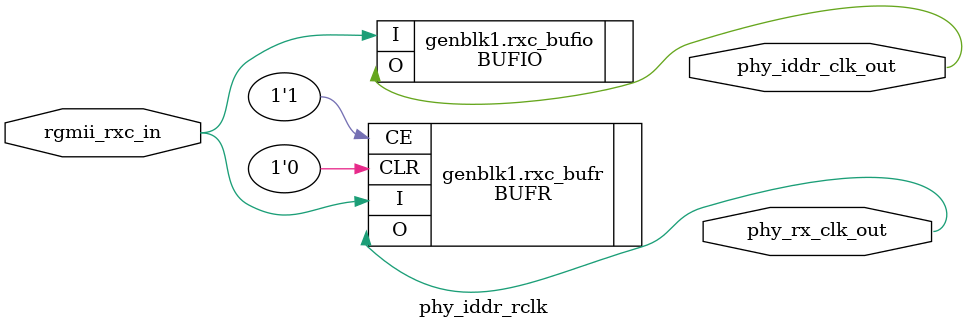
<source format=sv>
/* -----------------------------------------------------------------------------
 Copyright (c) 2014-2021 All rights reserved
 -----------------------------------------------------------------------------
 Author 	: lwings 	https://github.com/Lvwings
 File   	: phy_iddr_rclk.sv
 Create 	: 2021-11-02 16:33:28
 Revise 	: 2021-11-03 15:48:36
 Language : Verilog 2001
 -----------------------------------------------------------------------------*/

`timescale 1ns / 1ps

/*------------------------------------------------------------------------------
--  import rgmii rxc to FPGA logic
------------------------------------------------------------------------------*/

module phy_iddr_rclk #(
    // Clock input style ("BUFG", "BUFR", "BUFIO")
    // Use BUFR for Virtex-6, 7-series
    // Use BUFG for Virtex-5, Spartan-6, Ultrascale
    parameter CLOCK_INPUT_STYLE = "BUFR"
	)
	(
	//	RGMII RX
	input			rgmii_rxc_in,

	//	clk out
	output			phy_iddr_clk_out,
	output			phy_rx_clk_out
);

/*------------------------------------------------------------------------------
--  RGMII Receiver Clock Logic
------------------------------------------------------------------------------*/

	generate
		case (CLOCK_INPUT_STYLE)
			"BUFG"	: begin
					// pass through RX clock to logic
					BUFG rxc_bufg (
						.I (rgmii_rxc_in),
						.O (phy_rx_clk_out)
						);
					assign	phy_iddr_clk_out = phy_rx_clk_out;					
			end
			"BUFR"	: begin
					// Route rgmii_rxc through a BUFIO/BUFR and onto regional clock routing
					// pass through RX clock to input buffers
					BUFIO rxc_bufio(
						.I (rgmii_rxc_in),
						.O (phy_iddr_clk_out)
						);

			        // pass through RX clock to logic
			        BUFR #(
			            .BUFR_DIVIDE("BYPASS")
			        )
			        rxc_bufr (
			            .I(rgmii_rxc_in),
			            .O(phy_rx_clk_out),
			            .CE(1'b1),
			            .CLR(1'b0)
			        );						
			end
			default	: begin
					// pass through RX clock to input buffers
					BUFIO rxc_bufio(
						.I (rgmii_rxc_in),
						.O (phy_iddr_clk_out)
						);	
					// pass through RX clock to logic
					BUFG rxc_bufg (
						.I (rgmii_rxc_in),
						.O (phy_rx_clk_out)
						);						
			end
		endcase
	endgenerate

endmodule : phy_iddr_rclk
</source>
